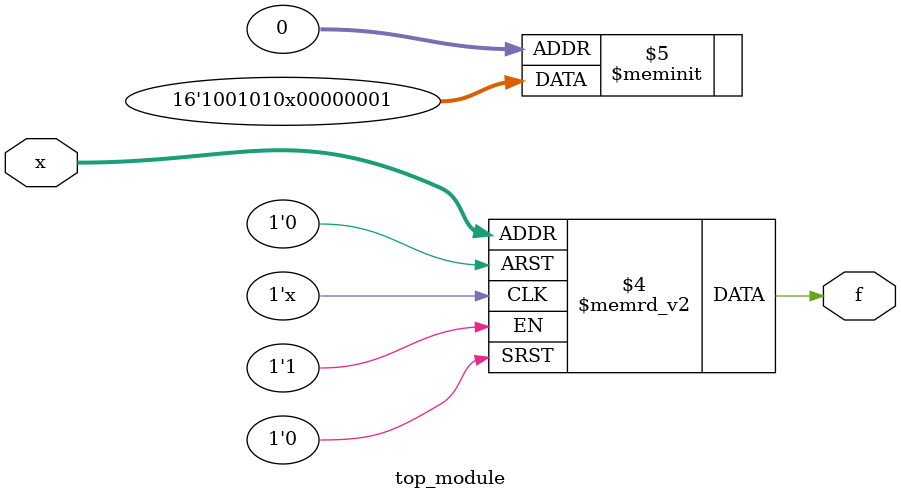
<source format=sv>
module top_module (
    input [4:1] x,
    output logic f
);

always_comb begin
    case (x)
        4'b0000, 4'b1010, 4'b1100, 4'b1111: f = 1'b1; // Corrected the last case to 4'b1111
        4'b0001, 4'b0010, 4'b0011, 4'b0100, 4'b0101, 4'b0110, 4'b0111, 4'b1001, 4'b1011, 4'b1101, 4'b1110: f = 1'b0;
        default: f = 1'bx;
    endcase
end

endmodule

</source>
